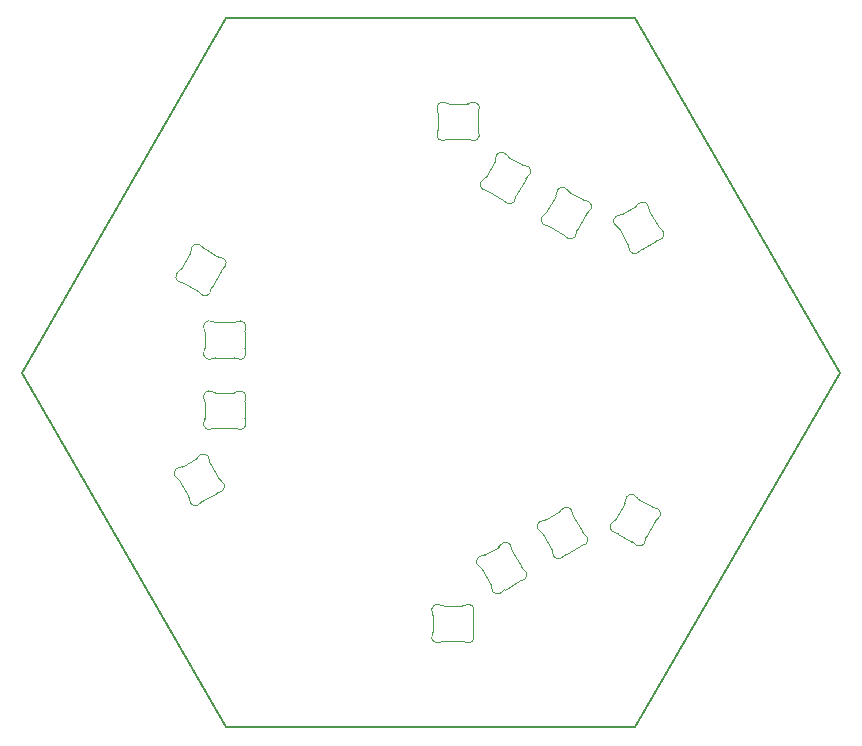
<source format=gbr>
%TF.GenerationSoftware,KiCad,Pcbnew,8.0.8*%
%TF.CreationDate,2025-04-07T12:59:42-04:00*%
%TF.ProjectId,pcb_tile_game_tile_aaa,7063625f-7469-46c6-955f-67616d655f74,1.0*%
%TF.SameCoordinates,Original*%
%TF.FileFunction,Profile,NP*%
%FSLAX46Y46*%
G04 Gerber Fmt 4.6, Leading zero omitted, Abs format (unit mm)*
G04 Created by KiCad (PCBNEW 8.0.8) date 2025-04-07 12:59:42*
%MOMM*%
%LPD*%
G01*
G04 APERTURE LIST*
%TA.AperFunction,Profile*%
%ADD10C,0.200000*%
%TD*%
%TA.AperFunction,Profile*%
%ADD11C,0.100000*%
%TD*%
G04 APERTURE END LIST*
D10*
X122739492Y-110000000D02*
X157380508Y-110000000D01*
X157380508Y-110000000D02*
X174701016Y-80000000D01*
X174701016Y-80000000D02*
X157380508Y-50000000D01*
X122739492Y-50000000D02*
X105418984Y-80000000D01*
X105418984Y-80000000D02*
X122739492Y-110000000D01*
X157380508Y-50000000D02*
X122739492Y-50000000D01*
D11*
%TO.C,LED2*%
X149840787Y-66431357D02*
X150635239Y-65055325D01*
X151295730Y-68317003D02*
X150078372Y-67614161D01*
X151778371Y-64669677D02*
X152995729Y-65372519D01*
X153233315Y-66555324D02*
X152438863Y-67931356D01*
X149840787Y-66431357D02*
G75*
G02*
X149655509Y-66615669I-433018J250006D01*
G01*
X149865808Y-67548578D02*
G75*
G02*
X149655510Y-66615671I37436J498595D01*
G01*
X149865808Y-67548578D02*
G75*
G02*
X150078372Y-67614159I-37220J-497914D01*
G01*
X150702219Y-64802712D02*
G75*
G02*
X150635239Y-65055324I-500002J-2610D01*
G01*
X150702219Y-64802712D02*
G75*
G02*
X151615292Y-64518382I499994J2610D01*
G01*
X151295730Y-68317003D02*
G75*
G02*
X151458809Y-68468298I-249869J-432870D01*
G01*
X151778371Y-64669677D02*
G75*
G02*
X151615292Y-64518382I249982J432991D01*
G01*
X152371882Y-68183968D02*
G75*
G02*
X151458813Y-68468294I-499989J-2615D01*
G01*
X152371882Y-68183968D02*
G75*
G02*
X152438863Y-67931356I500046J2596D01*
G01*
X153208293Y-65438102D02*
G75*
G02*
X152995730Y-65372519I37433J498586D01*
G01*
X153208293Y-65438102D02*
G75*
G02*
X153418591Y-66371011I-37435J-498596D01*
G01*
X153233315Y-66555324D02*
G75*
G02*
X153418592Y-66371012I433013J-250002D01*
G01*
%TO.C,LED10*%
X120910001Y-83882842D02*
X120910001Y-82477158D01*
X121815547Y-81680001D02*
X123404452Y-81680001D01*
X123404452Y-84680000D02*
X121815548Y-84680000D01*
X124309999Y-82477158D02*
X124309999Y-83882842D01*
X120860516Y-82260280D02*
G75*
G02*
X120910003Y-82477157I-449816J-216724D01*
G01*
X120860516Y-82260280D02*
G75*
G02*
X121563287Y-81611705I450514J216876D01*
G01*
X120910001Y-83882842D02*
G75*
G02*
X120860514Y-84099719I-499701J-62D01*
G01*
X121563289Y-84748299D02*
G75*
G02*
X120860522Y-84099722I-252259J431695D01*
G01*
X121563289Y-84748299D02*
G75*
G02*
X121815548Y-84679999I252261J-431705D01*
G01*
X121815547Y-81680001D02*
G75*
G02*
X121563289Y-81611702I3J500007D01*
G01*
X123404452Y-84680000D02*
G75*
G02*
X123656710Y-84748299I-3J-500009D01*
G01*
X123656711Y-81611701D02*
G75*
G02*
X123404453Y-81680000I-252261J431710D01*
G01*
X123656711Y-81611701D02*
G75*
G02*
X124359484Y-82260280I252258J-431701D01*
G01*
X124309999Y-82477158D02*
G75*
G02*
X124359484Y-82260280I499990J2D01*
G01*
X124359484Y-84099720D02*
G75*
G02*
X123656711Y-84748297I-450515J-216877D01*
G01*
X124359484Y-84099720D02*
G75*
G02*
X124309999Y-83882843I450505J216876D01*
G01*
%TO.C,LED8*%
X155677838Y-92435387D02*
X156472292Y-91059356D01*
X157132782Y-94321035D02*
X155915425Y-93618192D01*
X157615422Y-90673708D02*
X158832782Y-91376549D01*
X159070365Y-92559354D02*
X158275914Y-93935386D01*
X155677838Y-92435387D02*
G75*
G02*
X155492562Y-92619698I-433042J250030D01*
G01*
X155702859Y-93552609D02*
G75*
G02*
X155492562Y-92619701I37439J498596D01*
G01*
X155702859Y-93552609D02*
G75*
G02*
X155915423Y-93618191I-37410J-498524D01*
G01*
X156539270Y-90806744D02*
G75*
G02*
X156472294Y-91059357I-499971J-2626D01*
G01*
X156539270Y-90806744D02*
G75*
G02*
X157452341Y-90522417I499990J2616D01*
G01*
X157132782Y-94321035D02*
G75*
G02*
X157295861Y-94472328I-249946J-432955D01*
G01*
X157615422Y-90673708D02*
G75*
G02*
X157452345Y-90522412I249798J432785D01*
G01*
X158208933Y-94187998D02*
G75*
G02*
X157295861Y-94472328I-499992J-2614D01*
G01*
X158208933Y-94187998D02*
G75*
G02*
X158275915Y-93935387I500014J2603D01*
G01*
X159045348Y-91442133D02*
G75*
G02*
X158832782Y-91376549I37494J498793D01*
G01*
X159045348Y-91442133D02*
G75*
G02*
X159255644Y-92375039I-37439J-498595D01*
G01*
X159070365Y-92559354D02*
G75*
G02*
X159255646Y-92375043I432972J-249967D01*
G01*
%TO.C,LED1*%
X156208370Y-66601720D02*
X157425728Y-65898878D01*
X156765238Y-69160557D02*
X155970785Y-67784525D01*
X158568861Y-66284525D02*
X159363313Y-67660557D01*
X159125727Y-68843362D02*
X157908369Y-69546204D01*
X155785506Y-67600212D02*
G75*
G02*
X155970784Y-67784525I-247741J-434320D01*
G01*
X155785506Y-67600212D02*
G75*
G02*
X155995806Y-66667302I247736J434313D01*
G01*
X156208370Y-66601720D02*
G75*
G02*
X155995806Y-66667303I-249996J433004D01*
G01*
X156765238Y-69160557D02*
G75*
G02*
X156832218Y-69413168I-433021J-250001D01*
G01*
X157588807Y-65747583D02*
G75*
G02*
X157425729Y-65898877I-413062J281696D01*
G01*
X157588807Y-65747583D02*
G75*
G02*
X158501878Y-66031914I413078J-281720D01*
G01*
X157745290Y-69697499D02*
G75*
G02*
X156832220Y-69413168I-413078J281719D01*
G01*
X157745290Y-69697499D02*
G75*
G02*
X157908367Y-69546204I412596J-281190D01*
G01*
X158568861Y-66284525D02*
G75*
G02*
X158501880Y-66031914I433033J250007D01*
G01*
X159125727Y-68843362D02*
G75*
G02*
X159338291Y-68777779I249886J-432652D01*
G01*
X159548591Y-67844870D02*
G75*
G02*
X159338290Y-68777772I-247730J-434310D01*
G01*
X159548591Y-67844870D02*
G75*
G02*
X159363312Y-67660557I247737J434317D01*
G01*
%TO.C,LED3*%
X144687935Y-63456357D02*
X145482387Y-62080325D01*
X146142878Y-65342003D02*
X144925520Y-64639161D01*
X146625519Y-61694677D02*
X147842877Y-62397519D01*
X148080463Y-63580324D02*
X147286011Y-64956356D01*
X144687935Y-63456357D02*
G75*
G02*
X144502657Y-63640669I-433018J250006D01*
G01*
X144712956Y-64573578D02*
G75*
G02*
X144502658Y-63640671I37436J498595D01*
G01*
X144712956Y-64573578D02*
G75*
G02*
X144925520Y-64639159I-37220J-497914D01*
G01*
X145549367Y-61827712D02*
G75*
G02*
X145482387Y-62080324I-500002J-2610D01*
G01*
X145549367Y-61827712D02*
G75*
G02*
X146462440Y-61543382I499994J2610D01*
G01*
X146142878Y-65342003D02*
G75*
G02*
X146305957Y-65493298I-249869J-432870D01*
G01*
X146625519Y-61694677D02*
G75*
G02*
X146462440Y-61543382I249982J432991D01*
G01*
X147219030Y-65208968D02*
G75*
G02*
X146305961Y-65493294I-499989J-2615D01*
G01*
X147219030Y-65208968D02*
G75*
G02*
X147286011Y-64956356I500046J2596D01*
G01*
X148055441Y-62463102D02*
G75*
G02*
X147842878Y-62397519I37433J498586D01*
G01*
X148055441Y-62463102D02*
G75*
G02*
X148265739Y-63396011I-37435J-498596D01*
G01*
X148080463Y-63580324D02*
G75*
G02*
X148265740Y-63396012I433013J-250002D01*
G01*
%TO.C,LED5*%
X140227151Y-101945310D02*
X140227151Y-100539626D01*
X141132698Y-99742470D02*
X142721602Y-99742469D01*
X142721603Y-102742468D02*
X141132697Y-102742468D01*
X143627150Y-100539626D02*
X143627149Y-101945310D01*
X140177667Y-100322748D02*
G75*
G02*
X140227149Y-100539624I-451617J-217124D01*
G01*
X140177667Y-100322748D02*
G75*
G02*
X140880436Y-99674173I450513J216876D01*
G01*
X140227151Y-101945310D02*
G75*
G02*
X140177664Y-102162187I-499701J-62D01*
G01*
X140880439Y-102810767D02*
G75*
G02*
X140177660Y-102162184I-252259J431705D01*
G01*
X140880439Y-102810767D02*
G75*
G02*
X141132697Y-102742469I252251J-431685D01*
G01*
X141132698Y-99742470D02*
G75*
G02*
X140880439Y-99674168I12J500028D01*
G01*
X142721603Y-102742468D02*
G75*
G02*
X142973860Y-102810767I-2J-500001D01*
G01*
X142973862Y-99674168D02*
G75*
G02*
X142721603Y-99742468I-252259J431696D01*
G01*
X142973862Y-99674168D02*
G75*
G02*
X143676634Y-100322749I252254J-431705D01*
G01*
X143627150Y-100539626D02*
G75*
G02*
X143676634Y-100322749I499923J18D01*
G01*
X143676635Y-102162188D02*
G75*
G02*
X142973862Y-102810764I-450515J-216876D01*
G01*
X143676635Y-102162188D02*
G75*
G02*
X143627149Y-101945310I450401J216855D01*
G01*
%TO.C,LED12*%
X118904217Y-71234683D02*
X119698669Y-69858651D01*
X120359160Y-73120329D02*
X119141802Y-72417487D01*
X120841801Y-69473003D02*
X122059159Y-70175845D01*
X122296745Y-71358650D02*
X121502293Y-72734682D01*
X118904217Y-71234683D02*
G75*
G02*
X118718939Y-71418995I-433018J250006D01*
G01*
X118929238Y-72351904D02*
G75*
G02*
X118718940Y-71418997I37436J498595D01*
G01*
X118929238Y-72351904D02*
G75*
G02*
X119141802Y-72417485I-37220J-497914D01*
G01*
X119765649Y-69606038D02*
G75*
G02*
X119698669Y-69858650I-500002J-2610D01*
G01*
X119765649Y-69606038D02*
G75*
G02*
X120678722Y-69321708I499994J2610D01*
G01*
X120359160Y-73120329D02*
G75*
G02*
X120522238Y-73271625I-249797J-432785D01*
G01*
X120841801Y-69473003D02*
G75*
G02*
X120678722Y-69321708I249982J432991D01*
G01*
X121435312Y-72987294D02*
G75*
G02*
X120522243Y-73271620I-499989J-2615D01*
G01*
X121435312Y-72987294D02*
G75*
G02*
X121502293Y-72734682I500046J2596D01*
G01*
X122271723Y-70241428D02*
G75*
G02*
X122059160Y-70175845I37433J498586D01*
G01*
X122271723Y-70241428D02*
G75*
G02*
X122482021Y-71174337I-37435J-498596D01*
G01*
X122296745Y-71358650D02*
G75*
G02*
X122482022Y-71174338I433013J-250002D01*
G01*
%TO.C,LED6*%
X144597989Y-95427513D02*
X145815347Y-94724671D01*
X145154855Y-97986350D02*
X144360403Y-96610318D01*
X146958478Y-95110318D02*
X147752931Y-96486350D01*
X147515346Y-97669155D02*
X146297988Y-98371997D01*
X144175125Y-96426005D02*
G75*
G02*
X144360404Y-96610318I-247737J-434317D01*
G01*
X144175125Y-96426005D02*
G75*
G02*
X144385426Y-95493103I247730J434310D01*
G01*
X144597989Y-95427513D02*
G75*
G02*
X144385425Y-95493096I-249886J432652D01*
G01*
X145154855Y-97986350D02*
G75*
G02*
X145221836Y-98238961I-433033J-250007D01*
G01*
X145978426Y-94573376D02*
G75*
G02*
X145815349Y-94724671I-412596J281190D01*
G01*
X145978426Y-94573376D02*
G75*
G02*
X146891496Y-94857707I413078J-281719D01*
G01*
X146134909Y-98523292D02*
G75*
G02*
X145221838Y-98238961I-413078J281720D01*
G01*
X146134909Y-98523292D02*
G75*
G02*
X146297987Y-98371998I413062J-281696D01*
G01*
X146958478Y-95110318D02*
G75*
G02*
X146891498Y-94857707I433021J250001D01*
G01*
X147515346Y-97669155D02*
G75*
G02*
X147727910Y-97603572I249996J-433004D01*
G01*
X147938210Y-96670663D02*
G75*
G02*
X147727910Y-97603573I-247736J-434313D01*
G01*
X147938210Y-96670663D02*
G75*
G02*
X147752932Y-96486350I247741J434320D01*
G01*
%TO.C,LED9*%
X119001802Y-87942513D02*
X120219160Y-87239671D01*
X119558669Y-90501350D02*
X118764216Y-89125319D01*
X121362291Y-87625318D02*
X122156744Y-89001350D01*
X121919159Y-90184155D02*
X120701801Y-90886997D01*
X118578938Y-88941005D02*
G75*
G02*
X118764216Y-89125319I-247695J-434270D01*
G01*
X118578938Y-88941005D02*
G75*
G02*
X118789239Y-88008103I247730J434310D01*
G01*
X119001802Y-87942513D02*
G75*
G02*
X118789237Y-88008094I-249904J432723D01*
G01*
X119558669Y-90501350D02*
G75*
G02*
X119625649Y-90753961I-433015J-249999D01*
G01*
X120382239Y-87088377D02*
G75*
G02*
X120219162Y-87239672I-412596J281191D01*
G01*
X120382239Y-87088377D02*
G75*
G02*
X121295309Y-87372707I413078J-281718D01*
G01*
X120538722Y-91038292D02*
G75*
G02*
X119625651Y-90753961I-413078J281720D01*
G01*
X120538722Y-91038292D02*
G75*
G02*
X120701800Y-90886998I413062J-281696D01*
G01*
X121362291Y-87625318D02*
G75*
G02*
X121295311Y-87372707I433021J250001D01*
G01*
X121919159Y-90184155D02*
G75*
G02*
X122131724Y-90118572I249966J-432912D01*
G01*
X122342023Y-89185663D02*
G75*
G02*
X122131724Y-90118573I-247735J-434313D01*
G01*
X122342023Y-89185663D02*
G75*
G02*
X122156745Y-89001350I247741J434320D01*
G01*
%TO.C,LED4*%
X140670097Y-59420478D02*
X140670097Y-58014794D01*
X141575643Y-57217637D02*
X143164548Y-57217637D01*
X143164548Y-60217636D02*
X141575644Y-60217636D01*
X144070095Y-58014794D02*
X144070095Y-59420478D01*
X140620612Y-57797916D02*
G75*
G02*
X140670099Y-58014793I-449816J-216724D01*
G01*
X140620612Y-57797916D02*
G75*
G02*
X141323383Y-57149341I450514J216876D01*
G01*
X140670097Y-59420478D02*
G75*
G02*
X140620610Y-59637355I-499701J-62D01*
G01*
X141323385Y-60285935D02*
G75*
G02*
X140620618Y-59637358I-252259J431695D01*
G01*
X141323385Y-60285935D02*
G75*
G02*
X141575644Y-60217635I252261J-431705D01*
G01*
X141575643Y-57217637D02*
G75*
G02*
X141323385Y-57149338I3J500007D01*
G01*
X143164548Y-60217636D02*
G75*
G02*
X143416806Y-60285935I-3J-500009D01*
G01*
X143416807Y-57149337D02*
G75*
G02*
X143164549Y-57217636I-252261J431710D01*
G01*
X143416807Y-57149337D02*
G75*
G02*
X144119580Y-57797916I252258J-431701D01*
G01*
X144070095Y-58014794D02*
G75*
G02*
X144119580Y-57797916I499990J2D01*
G01*
X144119580Y-59637356D02*
G75*
G02*
X143416807Y-60285933I-450515J-216877D01*
G01*
X144119580Y-59637356D02*
G75*
G02*
X144070095Y-59420479I450505J216876D01*
G01*
%TO.C,LED7*%
X149750841Y-92452513D02*
X150968199Y-91749671D01*
X150307707Y-95011350D02*
X149513255Y-93635318D01*
X152111330Y-92135318D02*
X152905783Y-93511350D01*
X152668198Y-94694155D02*
X151450840Y-95396997D01*
X149327977Y-93451005D02*
G75*
G02*
X149513256Y-93635318I-247737J-434317D01*
G01*
X149327977Y-93451005D02*
G75*
G02*
X149538278Y-92518103I247730J434310D01*
G01*
X149750841Y-92452513D02*
G75*
G02*
X149538277Y-92518096I-249886J432652D01*
G01*
X150307707Y-95011350D02*
G75*
G02*
X150374688Y-95263961I-433033J-250007D01*
G01*
X151131278Y-91598376D02*
G75*
G02*
X150968201Y-91749671I-412596J281190D01*
G01*
X151131278Y-91598376D02*
G75*
G02*
X152044348Y-91882707I413078J-281719D01*
G01*
X151287761Y-95548292D02*
G75*
G02*
X150374690Y-95263961I-413078J281720D01*
G01*
X151287761Y-95548292D02*
G75*
G02*
X151450839Y-95396998I413062J-281696D01*
G01*
X152111330Y-92135318D02*
G75*
G02*
X152044350Y-91882707I433021J250001D01*
G01*
X152668198Y-94694155D02*
G75*
G02*
X152880762Y-94628572I249996J-433004D01*
G01*
X153091062Y-93695663D02*
G75*
G02*
X152880762Y-94628573I-247736J-434313D01*
G01*
X153091062Y-93695663D02*
G75*
G02*
X152905784Y-93511350I247741J434320D01*
G01*
%TO.C,LED11*%
X120910001Y-77942842D02*
X120910001Y-76537158D01*
X121815547Y-75740001D02*
X123404452Y-75740001D01*
X123404452Y-78740000D02*
X121815548Y-78740000D01*
X124309999Y-76537158D02*
X124309999Y-77942842D01*
X120860516Y-76320280D02*
G75*
G02*
X120910003Y-76537157I-449816J-216724D01*
G01*
X120860516Y-76320280D02*
G75*
G02*
X121563287Y-75671705I450514J216876D01*
G01*
X120910001Y-77942842D02*
G75*
G02*
X120860514Y-78159719I-499701J-62D01*
G01*
X121563289Y-78808299D02*
G75*
G02*
X120860522Y-78159722I-252259J431695D01*
G01*
X121563289Y-78808299D02*
G75*
G02*
X121815548Y-78739999I252261J-431705D01*
G01*
X121815547Y-75740001D02*
G75*
G02*
X121563289Y-75671702I3J500007D01*
G01*
X123404452Y-78740000D02*
G75*
G02*
X123656710Y-78808299I-3J-500009D01*
G01*
X123656711Y-75671701D02*
G75*
G02*
X123404453Y-75740000I-252261J431710D01*
G01*
X123656711Y-75671701D02*
G75*
G02*
X124359484Y-76320280I252258J-431701D01*
G01*
X124309999Y-76537158D02*
G75*
G02*
X124359484Y-76320280I499990J2D01*
G01*
X124359484Y-78159720D02*
G75*
G02*
X123656711Y-78808297I-450515J-216877D01*
G01*
X124359484Y-78159720D02*
G75*
G02*
X124309999Y-77942843I450505J216876D01*
G01*
%TD*%
M02*

</source>
